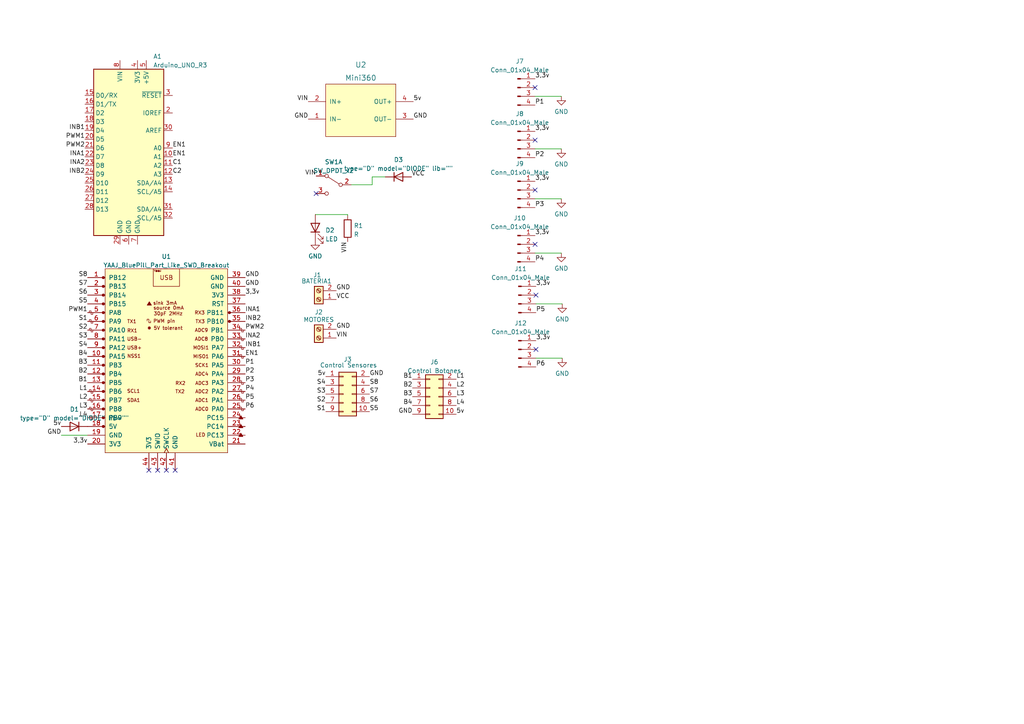
<source format=kicad_sch>
(kicad_sch (version 20211123) (generator eeschema)
  (paper "A4")
  (lib_symbols
    (symbol "Connector:Conn_01x04_Male" (pin_names (offset 1.016) hide)
      (property "Reference" "J" (at 0 5.08 0))
      (property "Value" "Conn_01x04_Male" (at 0 -7.62 0))
      (symbol "Conn_01x04_Male_1_1"
        (polyline (pts (xy 1.27 -5.08) (xy 0.8636 -5.08)) (stroke (width 0.1524)))
        (polyline (pts (xy 1.27 -2.54) (xy 0.8636 -2.54)) (stroke (width 0.1524)))
        (polyline (pts (xy 1.27 0) (xy 0.8636 0)) (stroke (width 0.1524)))
        (polyline (pts (xy 1.27 2.54) (xy 0.8636 2.54)) (stroke (width 0.1524)))
        (rectangle (start 0.8636 -4.953) (end 0 -5.207) (stroke (width 0.1524)) (fill (type outline)))
        (rectangle (start 0.8636 -2.413) (end 0 -2.667) (stroke (width 0.1524)) (fill (type outline)))
        (rectangle (start 0.8636 0.127) (end 0 -0.127) (stroke (width 0.1524)) (fill (type outline)))
        (rectangle (start 0.8636 2.667) (end 0 2.413) (stroke (width 0.1524)) (fill (type outline)))
        (pin passive line (at 5.08 2.54 180) (length 3.81) (name "Pin_1") (number "1"))
        (pin passive line (at 5.08 0 180) (length 3.81) (name "Pin_2") (number "2"))
        (pin passive line (at 5.08 -2.54 180) (length 3.81) (name "Pin_3") (number "3"))
        (pin passive line (at 5.08 -5.08 180) (length 3.81) (name "Pin_4") (number "4"))
      )
    )
    (symbol "Connector:Screw_Terminal_01x02" (pin_names (offset 1.016) hide)
      (property "Reference" "J" (at 0 2.54 0))
      (property "Value" "Screw_Terminal_01x02" (at 0 -5.08 0))
      (symbol "Screw_Terminal_01x02_1_1"
        (rectangle (start -1.27 1.27) (end 1.27 -3.81) (stroke (width 0.254)) (fill (type background)))
        (circle (center 0 -2.54) (radius 0.635) (stroke (width 0.1524)))
        (polyline (pts (xy -0.5334 -2.2098) (xy 0.3302 -3.048)) (stroke (width 0.1524)))
        (polyline (pts (xy -0.5334 0.3302) (xy 0.3302 -0.508)) (stroke (width 0.1524)))
        (polyline (pts (xy -0.3556 -2.032) (xy 0.508 -2.8702)) (stroke (width 0.1524)))
        (polyline (pts (xy -0.3556 0.508) (xy 0.508 -0.3302)) (stroke (width 0.1524)))
        (circle (center 0 0) (radius 0.635) (stroke (width 0.1524)))
        (pin passive line (at -5.08 0 0) (length 3.81) (name "Pin_1") (number "1"))
        (pin passive line (at -5.08 -2.54 0) (length 3.81) (name "Pin_2") (number "2"))
      )
    )
    (symbol "Connector_Generic:Conn_02x05_Odd_Even" (pin_names (offset 1.016) hide)
      (property "Reference" "J" (at 1.27 7.62 0))
      (property "Value" "Conn_02x05_Odd_Even" (at 1.27 -7.62 0))
      (symbol "Conn_02x05_Odd_Even_1_1"
        (rectangle (start -1.27 -4.953) (end 0 -5.207) (stroke (width 0.1524)))
        (rectangle (start -1.27 -2.413) (end 0 -2.667) (stroke (width 0.1524)))
        (rectangle (start -1.27 0.127) (end 0 -0.127) (stroke (width 0.1524)))
        (rectangle (start -1.27 2.667) (end 0 2.413) (stroke (width 0.1524)))
        (rectangle (start -1.27 5.207) (end 0 4.953) (stroke (width 0.1524)))
        (rectangle (start -1.27 6.35) (end 3.81 -6.35) (stroke (width 0.254)) (fill (type background)))
        (rectangle (start 3.81 -4.953) (end 2.54 -5.207) (stroke (width 0.1524)))
        (rectangle (start 3.81 -2.413) (end 2.54 -2.667) (stroke (width 0.1524)))
        (rectangle (start 3.81 0.127) (end 2.54 -0.127) (stroke (width 0.1524)))
        (rectangle (start 3.81 2.667) (end 2.54 2.413) (stroke (width 0.1524)))
        (rectangle (start 3.81 5.207) (end 2.54 4.953) (stroke (width 0.1524)))
        (pin passive line (at -5.08 5.08 0) (length 3.81) (name "Pin_1") (number "1"))
        (pin passive line (at 7.62 -5.08 180) (length 3.81) (name "Pin_10") (number "10"))
        (pin passive line (at 7.62 5.08 180) (length 3.81) (name "Pin_2") (number "2"))
        (pin passive line (at -5.08 2.54 0) (length 3.81) (name "Pin_3") (number "3"))
        (pin passive line (at 7.62 2.54 180) (length 3.81) (name "Pin_4") (number "4"))
        (pin passive line (at -5.08 0 0) (length 3.81) (name "Pin_5") (number "5"))
        (pin passive line (at 7.62 0 180) (length 3.81) (name "Pin_6") (number "6"))
        (pin passive line (at -5.08 -2.54 0) (length 3.81) (name "Pin_7") (number "7"))
        (pin passive line (at 7.62 -2.54 180) (length 3.81) (name "Pin_8") (number "8"))
        (pin passive line (at -5.08 -5.08 0) (length 3.81) (name "Pin_9") (number "9"))
      )
    )
    (symbol "Device:LED" (pin_numbers hide) (pin_names (offset 1.016) hide)
      (property "Reference" "D" (at 0 2.54 0))
      (property "Value" "LED" (at 0 -2.54 0))
      (symbol "LED_0_1"
        (polyline (pts (xy -1.27 -1.27) (xy -1.27 1.27)) (stroke (width 0.254)))
        (polyline (pts (xy -1.27 0) (xy 1.27 0)))
        (polyline (pts (xy 1.27 -1.27) (xy 1.27 1.27) (xy -1.27 0) (xy 1.27 -1.27)) (stroke (width 0.254)))
        (polyline (pts (xy -3.048 -0.762) (xy -4.572 -2.286) (xy -3.81 -2.286) (xy -4.572 -2.286) (xy -4.572 -1.524)))
        (polyline (pts (xy -1.778 -0.762) (xy -3.302 -2.286) (xy -2.54 -2.286) (xy -3.302 -2.286) (xy -3.302 -1.524)))
      )
      (symbol "LED_1_1"
        (pin passive line (at -3.81 0 0) (length 2.54) (name "K") (number "1"))
        (pin passive line (at 3.81 0 180) (length 2.54) (name "A") (number "2"))
      )
    )
    (symbol "Device:R" (pin_numbers hide) (pin_names (offset 0))
      (property "Reference" "R" (at 2.032 0 90))
      (property "Value" "R" (at 0 0 90))
      (symbol "R_0_1"
        (rectangle (start -1.016 -2.54) (end 1.016 2.54) (stroke (width 0.254)))
      )
      (symbol "R_1_1"
        (pin passive line (at 0 3.81 270) (length 1.27) (name "~") (number "1"))
        (pin passive line (at 0 -3.81 90) (length 1.27) (name "~") (number "2"))
      )
    )
    (symbol "MCU_Module:Arduino_UNO_R3"
      (property "Reference" "A" (at -10.16 23.495 0))
      (property "Value" "Arduino_UNO_R3" (at 5.08 -26.67 0))
      (symbol "Arduino_UNO_R3_0_1"
        (rectangle (start -10.16 22.86) (end 10.16 -25.4) (stroke (width 0.254)) (fill (type background)))
      )
      (symbol "Arduino_UNO_R3_1_1"
        (pin no_connect line (at -10.16 -20.32 0) (length 2.54) hide (name "NC") (number "1"))
        (pin bidirectional line (at 12.7 -2.54 180) (length 2.54) (name "A1") (number "10"))
        (pin bidirectional line (at 12.7 -5.08 180) (length 2.54) (name "A2") (number "11"))
        (pin bidirectional line (at 12.7 -7.62 180) (length 2.54) (name "A3") (number "12"))
        (pin bidirectional line (at 12.7 -10.16 180) (length 2.54) (name "SDA/A4") (number "13"))
        (pin bidirectional line (at 12.7 -12.7 180) (length 2.54) (name "SCL/A5") (number "14"))
        (pin bidirectional line (at -12.7 15.24 0) (length 2.54) (name "D0/RX") (number "15"))
        (pin bidirectional line (at -12.7 12.7 0) (length 2.54) (name "D1/TX") (number "16"))
        (pin bidirectional line (at -12.7 10.16 0) (length 2.54) (name "D2") (number "17"))
        (pin bidirectional line (at -12.7 7.62 0) (length 2.54) (name "D3") (number "18"))
        (pin bidirectional line (at -12.7 5.08 0) (length 2.54) (name "D4") (number "19"))
        (pin output line (at 12.7 10.16 180) (length 2.54) (name "IOREF") (number "2"))
        (pin bidirectional line (at -12.7 2.54 0) (length 2.54) (name "D5") (number "20"))
        (pin bidirectional line (at -12.7 0 0) (length 2.54) (name "D6") (number "21"))
        (pin bidirectional line (at -12.7 -2.54 0) (length 2.54) (name "D7") (number "22"))
        (pin bidirectional line (at -12.7 -5.08 0) (length 2.54) (name "D8") (number "23"))
        (pin bidirectional line (at -12.7 -7.62 0) (length 2.54) (name "D9") (number "24"))
        (pin bidirectional line (at -12.7 -10.16 0) (length 2.54) (name "D10") (number "25"))
        (pin bidirectional line (at -12.7 -12.7 0) (length 2.54) (name "D11") (number "26"))
        (pin bidirectional line (at -12.7 -15.24 0) (length 2.54) (name "D12") (number "27"))
        (pin bidirectional line (at -12.7 -17.78 0) (length 2.54) (name "D13") (number "28"))
        (pin power_in line (at -2.54 -27.94 90) (length 2.54) (name "GND") (number "29"))
        (pin input line (at 12.7 15.24 180) (length 2.54) (name "~{RESET}") (number "3"))
        (pin input line (at 12.7 5.08 180) (length 2.54) (name "AREF") (number "30"))
        (pin bidirectional line (at 12.7 -17.78 180) (length 2.54) (name "SDA/A4") (number "31"))
        (pin bidirectional line (at 12.7 -20.32 180) (length 2.54) (name "SCL/A5") (number "32"))
        (pin power_out line (at 2.54 25.4 270) (length 2.54) (name "3V3") (number "4"))
        (pin power_out line (at 5.08 25.4 270) (length 2.54) (name "+5V") (number "5"))
        (pin power_in line (at 0 -27.94 90) (length 2.54) (name "GND") (number "6"))
        (pin power_in line (at 2.54 -27.94 90) (length 2.54) (name "GND") (number "7"))
        (pin power_in line (at -2.54 25.4 270) (length 2.54) (name "VIN") (number "8"))
        (pin bidirectional line (at 12.7 0 180) (length 2.54) (name "A0") (number "9"))
      )
    )
    (symbol "Simulation_SPICE:DIODE" (pin_numbers hide) (pin_names (offset 1.016) hide)
      (property "Reference" "D" (at 0 2.54 0))
      (property "Value" "DIODE" (at 0 -2.54 0))
      (symbol "DIODE_0_1"
        (polyline (pts (xy 1.27 0) (xy -1.27 0)))
        (polyline (pts (xy 1.27 1.27) (xy 1.27 -1.27)) (stroke (width 0.254)))
        (polyline (pts (xy -1.27 -1.27) (xy -1.27 1.27) (xy 1.27 0) (xy -1.27 -1.27)) (stroke (width 0.254)))
      )
      (symbol "DIODE_1_1"
        (pin passive line (at -3.81 0 0) (length 2.54) (name "A") (number "1"))
        (pin passive line (at 3.81 0 180) (length 2.54) (name "K") (number "2"))
      )
    )
    (symbol "Switch:SW_DPDT_x2" (pin_names (offset 0) hide)
      (property "Reference" "SW" (at 0 4.318 0))
      (property "Value" "SW_DPDT_x2" (at 0 -5.08 0))
      (symbol "SW_DPDT_x2_0_0"
        (circle (center -2.032 0) (radius 0.508))
        (circle (center 2.032 -2.54) (radius 0.508))
      )
      (symbol "SW_DPDT_x2_0_1"
        (polyline (pts (xy -1.524 0.254) (xy 1.651 2.286)))
        (circle (center 2.032 2.54) (radius 0.508))
      )
      (symbol "SW_DPDT_x2_1_1"
        (pin passive line (at 5.08 2.54 180) (length 2.54) (name "A") (number "1"))
        (pin passive line (at -5.08 0 0) (length 2.54) (name "B") (number "2"))
        (pin passive line (at 5.08 -2.54 180) (length 2.54) (name "C") (number "3"))
      )
      (symbol "SW_DPDT_x2_2_1"
        (pin passive line (at 5.08 2.54 180) (length 2.54) (name "A") (number "4"))
        (pin passive line (at -5.08 0 0) (length 2.54) (name "B") (number "5"))
        (pin passive line (at 5.08 -2.54 180) (length 2.54) (name "C") (number "6"))
      )
    )
    (symbol "YAAJ_BluePill_Part_Like_SWD_Breakout:YAAJ_BluePill_Part_Like_SWD_Breakout" (pin_names (offset 1.016))
      (property "Reference" "U" (at -15.24 27.94 0))
      (property "Value" "YAAJ_BluePill_Part_Like_SWD_Breakout" (at 20.32 27.94 0))
      (symbol "YAAJ_BluePill_Part_Like_SWD_Breakout_0_0"
        (circle (center -18.288 -20.32) (radius 0.3556) (fill (type outline)))
        (circle (center -18.288 -17.78) (radius 0.3556) (fill (type outline)))
        (circle (center -18.288 -15.24) (radius 0.3556) (fill (type outline)))
        (circle (center -18.288 -12.7) (radius 0.3556) (fill (type outline)))
        (circle (center -18.288 -10.16) (radius 0.3556) (fill (type outline)))
        (circle (center -18.288 -7.62) (radius 0.3556) (fill (type outline)))
        (circle (center -18.288 -5.08) (radius 0.3556) (fill (type outline)))
        (circle (center -18.288 -2.54) (radius 0.3556) (fill (type outline)))
        (circle (center -18.288 0) (radius 0.3556) (fill (type outline)))
        (circle (center -18.288 2.54) (radius 0.3556) (fill (type outline)))
        (circle (center -18.288 5.08) (radius 0.3556) (fill (type outline)))
        (circle (center -18.288 7.62) (radius 0.3556) (fill (type outline)))
        (circle (center -18.288 10.16) (radius 0.3556) (fill (type outline)))
        (circle (center -18.288 12.7) (radius 0.3556) (fill (type outline)))
        (circle (center -18.288 15.24) (radius 0.3556) (fill (type outline)))
        (circle (center -18.288 17.78) (radius 0.3556) (fill (type outline)))
        (circle (center -18.288 22.86) (radius 0.3556) (fill (type outline)))
        (circle (center -4.953 8.255) (radius 0.127) (fill (type outline)))
        (circle (center -4.953 8.255) (radius 0.254))
        (circle (center -4.953 8.255) (radius 0.3556))
        (polyline (pts (xy -5.588 14.859) (xy -4.953 15.875) (xy -4.318 14.859) (xy -5.588 14.859) (xy -4.953 15.748) (xy -4.445 14.859) (xy -5.461 14.986) (xy -4.953 15.621) (xy -4.572 14.859) (xy -5.334 15.113) (xy -4.826 15.494) (xy -4.699 14.859) (xy -5.207 15.24) (xy -4.699 15.367) (xy -4.826 14.986) (xy -5.08 15.24) (xy -4.826 15.113) (xy -4.953 15.367)))
        (polyline (pts (xy 20.955 -23.241) (xy 21.59 -22.225) (xy 22.225 -23.241) (xy 20.955 -23.241) (xy 21.59 -22.352) (xy 22.098 -23.241) (xy 21.082 -23.114) (xy 21.59 -22.479) (xy 21.971 -23.241) (xy 21.209 -22.987) (xy 21.717 -22.606) (xy 21.844 -23.241) (xy 21.336 -22.86) (xy 21.844 -22.733) (xy 21.717 -23.114) (xy 21.463 -22.86) (xy 21.717 -22.987) (xy 21.59 -22.733)))
        (polyline (pts (xy 20.955 -20.701) (xy 21.59 -19.685) (xy 22.225 -20.701) (xy 20.955 -20.701) (xy 21.59 -19.812) (xy 22.098 -20.701) (xy 21.082 -20.574) (xy 21.59 -19.939) (xy 21.971 -20.701) (xy 21.209 -20.447) (xy 21.717 -20.066) (xy 21.844 -20.701) (xy 21.336 -20.32) (xy 21.844 -20.193) (xy 21.717 -20.574) (xy 21.463 -20.32) (xy 21.717 -20.447) (xy 21.59 -20.193)))
        (polyline (pts (xy 20.955 -18.161) (xy 21.59 -17.145) (xy 22.225 -18.161) (xy 20.955 -18.161) (xy 21.59 -17.272) (xy 22.098 -18.161) (xy 21.082 -18.034) (xy 21.59 -17.399) (xy 21.971 -18.161) (xy 21.209 -17.907) (xy 21.717 -17.526) (xy 21.844 -18.161) (xy 21.336 -17.78) (xy 21.844 -17.653) (xy 21.717 -18.034) (xy 21.463 -17.78) (xy 21.717 -17.907) (xy 21.59 -17.653)))
        (circle (center 18.288 10.16) (radius 0.254) (fill (type outline)))
        (circle (center 18.288 10.16) (radius 0.3556))
        (circle (center 18.288 12.7) (radius 0.254) (fill (type outline)))
        (circle (center 18.288 12.7) (radius 0.3556))
        (text "30pF 2MHz" (at 0.508 12.446 0) (effects (font (size 0.9906 0.9906))))
        (text "5V tolerant" (at 0.508 8.255 0) (effects (font (size 0.9906 0.9906))))
        (text "ADC0" (at 10.287 -15.24 0) (effects (font (size 0.9906 0.9906))))
        (text "ADC1" (at 10.287 -12.7 0) (effects (font (size 0.9906 0.9906))))
        (text "ADC2" (at 10.287 -10.16 0) (effects (font (size 0.9906 0.9906))))
        (text "ADC3" (at 10.287 -7.747 0) (effects (font (size 0.9906 0.9906))))
        (text "ADC4" (at 10.287 -5.08 0) (effects (font (size 0.9906 0.9906))))
        (text "ADC8" (at 10.16 5.08 0) (effects (font (size 0.9906 0.9906))))
        (text "ADC9" (at 10.16 7.62 0) (effects (font (size 0.9906 0.9906))))
        (text "LED" (at 9.906 -22.733 0) (effects (font (size 0.9906 0.9906))))
        (text "MISO1" (at 10.033 0 0) (effects (font (size 0.9906 0.9906))))
        (text "MOSI1" (at 10.033 2.54 0) (effects (font (size 0.9906 0.9906))))
        (text "NSS1" (at -9.398 0.127 0) (effects (font (size 0.9906 0.9906))))
        (text "PWM pin" (at -0.635 10.287 0) (effects (font (size 0.9906 0.9906))))
        (text "RX1" (at -9.906 7.493 0) (effects (font (size 0.9906 0.9906))))
        (text "RX2" (at 4.064 -7.747 0) (effects (font (size 0.9906 0.9906))))
        (text "RX3" (at 9.652 12.7 0) (effects (font (size 0.9906 0.9906))))
        (text "SCK1" (at 10.287 -2.54 0) (effects (font (size 0.9906 0.9906))))
        (text "SCL1" (at -9.525 -10.033 0) (effects (font (size 0.9906 0.9906))))
        (text "SDA1" (at -9.525 -12.7 0) (effects (font (size 0.9906 0.9906))))
        (text "sink 3mA" (at -0.381 15.494 0) (effects (font (size 0.9906 0.9906))))
        (text "source 0mA" (at 0.635 14.097 0) (effects (font (size 0.9906 0.9906))))
        (text "TX1" (at -10.033 10.16 0) (effects (font (size 0.9906 0.9906))))
        (text "TX2" (at 3.937 -10.16 0) (effects (font (size 0.9906 0.9906))))
        (text "TX3" (at 9.779 10.16 0) (effects (font (size 0.9906 0.9906))))
        (text "USB" (at 0 22.86 0) (effects (font (size 1.27 1.27))))
        (text "USB+" (at -9.271 2.54 0) (effects (font (size 0.9906 0.9906))))
        (text "USB-" (at -9.271 5.08 0) (effects (font (size 0.9906 0.9906))))
        (text "Y@@J" (at -2.5654 24.8412 0) (effects (font (size 0.508 0.508))))
      )
      (symbol "YAAJ_BluePill_Part_Like_SWD_Breakout_0_1"
        (rectangle (start -17.78 25.4) (end 17.78 -27.94) (fill (type background)))
        (polyline (pts (xy -21.336 -17.78) (xy -21.336 -18.288) (xy -21.844 -18.288) (xy -21.844 -17.272) (xy -22.352 -17.272) (xy -22.352 -17.78)))
        (polyline (pts (xy -21.336 -15.24) (xy -21.336 -15.748) (xy -21.844 -15.748) (xy -21.844 -14.732) (xy -22.352 -14.732) (xy -22.352 -15.24)))
        (polyline (pts (xy -21.336 -12.7) (xy -21.336 -13.208) (xy -21.844 -13.208) (xy -21.844 -12.192) (xy -22.352 -12.192) (xy -22.352 -12.7)))
        (polyline (pts (xy -21.336 -10.16) (xy -21.336 -10.668) (xy -21.844 -10.668) (xy -21.844 -9.652) (xy -22.352 -9.652) (xy -22.352 -10.16)))
        (polyline (pts (xy -21.336 7.62) (xy -21.336 7.112) (xy -21.844 7.112) (xy -21.844 8.128) (xy -22.352 8.128) (xy -22.352 7.62)))
        (polyline (pts (xy -21.336 10.16) (xy -21.336 9.652) (xy -21.844 9.652) (xy -21.844 10.668) (xy -22.352 10.668) (xy -22.352 10.16)))
        (polyline (pts (xy -21.336 12.7) (xy -21.336 12.192) (xy -21.844 12.192) (xy -21.844 13.208) (xy -22.352 13.208) (xy -22.352 12.7)))
        (polyline (pts (xy -4.572 10.287) (xy -4.572 9.779) (xy -5.08 9.779) (xy -5.08 10.795) (xy -5.588 10.795) (xy -5.588 10.287)))
        (polyline (pts (xy 22.352 -15.24) (xy 22.352 -15.748) (xy 21.844 -15.748) (xy 21.844 -14.732) (xy 21.336 -14.732) (xy 21.336 -15.24)))
        (polyline (pts (xy 22.352 -12.7) (xy 22.352 -13.208) (xy 21.844 -13.208) (xy 21.844 -12.192) (xy 21.336 -12.192) (xy 21.336 -12.7)))
        (polyline (pts (xy 22.352 -10.16) (xy 22.352 -10.668) (xy 21.844 -10.668) (xy 21.844 -9.652) (xy 21.336 -9.652) (xy 21.336 -10.16)))
        (polyline (pts (xy 22.352 -7.62) (xy 22.352 -8.128) (xy 21.844 -8.128) (xy 21.844 -7.112) (xy 21.336 -7.112) (xy 21.336 -7.62)))
        (polyline (pts (xy 22.352 0) (xy 22.352 -0.508) (xy 21.844 -0.508) (xy 21.844 0.508) (xy 21.336 0.508) (xy 21.336 0)))
        (polyline (pts (xy 22.352 2.54) (xy 22.352 2.032) (xy 21.844 2.032) (xy 21.844 3.048) (xy 21.336 3.048) (xy 21.336 2.54)))
        (polyline (pts (xy 22.352 5.08) (xy 22.352 4.572) (xy 21.844 4.572) (xy 21.844 5.588) (xy 21.336 5.588) (xy 21.336 5.08)))
        (polyline (pts (xy 22.352 7.62) (xy 22.352 7.112) (xy 21.844 7.112) (xy 21.844 8.128) (xy 21.336 8.128) (xy 21.336 7.62)))
        (rectangle (start 3.81 25.4) (end -3.81 20.32))
      )
      (symbol "YAAJ_BluePill_Part_Like_SWD_Breakout_1_1"
        (circle (center -18.288 20.32) (radius 0.3556) (fill (type outline)))
        (pin bidirectional line (at -22.86 22.86 0) (length 5.08) (name "PB12") (number "1"))
        (pin bidirectional line (at -22.86 0 0) (length 5.08) (name "PA15") (number "10"))
        (pin bidirectional line (at -22.86 -2.54 0) (length 5.08) (name "PB3") (number "11"))
        (pin bidirectional line (at -22.86 -5.08 0) (length 5.08) (name "PB4") (number "12"))
        (pin bidirectional line (at -22.86 -7.62 0) (length 5.08) (name "PB5") (number "13"))
        (pin bidirectional line (at -22.86 -10.16 0) (length 5.08) (name "PB6") (number "14"))
        (pin bidirectional line (at -22.86 -12.7 0) (length 5.08) (name "PB7") (number "15"))
        (pin bidirectional line (at -22.86 -15.24 0) (length 5.08) (name "PB8") (number "16"))
        (pin bidirectional line (at -22.86 -17.78 0) (length 5.08) (name "PB9") (number "17"))
        (pin power_in line (at -22.86 -20.32 0) (length 5.08) (name "5V") (number "18"))
        (pin power_in line (at -22.86 -22.86 0) (length 5.08) (name "GND") (number "19"))
        (pin bidirectional line (at -22.86 20.32 0) (length 5.08) (name "PB13") (number "2"))
        (pin power_in line (at -22.86 -25.4 0) (length 5.08) (name "3V3") (number "20"))
        (pin power_in line (at 22.86 -25.4 180) (length 5.08) (name "VBat") (number "21"))
        (pin bidirectional line (at 22.86 -22.86 180) (length 5.08) (name "PC13") (number "22"))
        (pin bidirectional line (at 22.86 -20.32 180) (length 5.08) (name "PC14") (number "23"))
        (pin bidirectional line (at 22.86 -17.78 180) (length 5.08) (name "PC15") (number "24"))
        (pin bidirectional line (at 22.86 -15.24 180) (length 5.08) (name "PA0") (number "25"))
        (pin bidirectional line (at 22.86 -12.7 180) (length 5.08) (name "PA1") (number "26"))
        (pin bidirectional line (at 22.86 -10.16 180) (length 5.08) (name "PA2") (number "27"))
        (pin bidirectional line (at 22.86 -7.62 180) (length 5.08) (name "PA3") (number "28"))
        (pin bidirectional line (at 22.86 -5.08 180) (length 5.08) (name "PA4") (number "29"))
        (pin bidirectional line (at -22.86 17.78 0) (length 5.08) (name "PB14") (number "3"))
        (pin bidirectional line (at 22.86 -2.54 180) (length 5.08) (name "PA5") (number "30"))
        (pin bidirectional line (at 22.86 0 180) (length 5.08) (name "PA6") (number "31"))
        (pin bidirectional line (at 22.86 2.54 180) (length 5.08) (name "PA7") (number "32"))
        (pin bidirectional line (at 22.86 5.08 180) (length 5.08) (name "PB0") (number "33"))
        (pin bidirectional line (at 22.86 7.62 180) (length 5.08) (name "PB1") (number "34"))
        (pin bidirectional line (at 22.86 10.16 180) (length 5.08) (name "PB10") (number "35"))
        (pin bidirectional line (at 22.86 12.7 180) (length 5.08) (name "PB11") (number "36"))
        (pin input line (at 22.86 15.24 180) (length 5.08) (name "RST") (number "37"))
        (pin power_in line (at 22.86 17.78 180) (length 5.08) (name "3V3") (number "38"))
        (pin power_in line (at 22.86 22.86 180) (length 5.08) (name "GND") (number "39"))
        (pin bidirectional line (at -22.86 15.24 0) (length 5.08) (name "PB15") (number "4"))
        (pin power_in line (at 22.86 20.32 180) (length 5.08) (name "GND") (number "40"))
        (pin power_in line (at 2.54 -33.02 90) (length 5.08) (name "GND") (number "41"))
        (pin bidirectional clock (at 0 -33.02 90) (length 5.08) (name "SWCLK") (number "42"))
        (pin bidirectional line (at -2.54 -33.02 90) (length 5.08) (name "SWIO") (number "43"))
        (pin power_in line (at -5.08 -33.02 90) (length 5.08) (name "3V3") (number "44"))
        (pin bidirectional line (at -22.86 12.7 0) (length 5.08) (name "PA8") (number "5"))
        (pin bidirectional line (at -22.86 10.16 0) (length 5.08) (name "PA9") (number "6"))
        (pin bidirectional line (at -22.86 7.62 0) (length 5.08) (name "PA10") (number "7"))
        (pin bidirectional line (at -22.86 5.08 0) (length 5.08) (name "PA11") (number "8"))
        (pin bidirectional line (at -22.86 2.54 0) (length 5.08) (name "PA12") (number "9"))
      )
    )
    (symbol "mini360:Mini360" (pin_names (offset 1.016))
      (property "Reference" "U" (at 0 -5.08 0))
      (property "Value" "Mini360" (at 0 5.08 0))
      (symbol "Mini360_0_1"
        (rectangle (start -10.16 7.62) (end 10.16 -7.62) (fill (type background)))
      )
      (symbol "Mini360_1_1"
        (pin power_in line (at -15.24 -2.54 0) (length 5.08) (name "IN-") (number "1"))
        (pin power_in line (at -15.24 2.54 0) (length 5.08) (name "IN+") (number "2"))
        (pin power_out line (at 15.24 -2.54 180) (length 5.08) (name "OUT-") (number "3"))
        (pin power_out line (at 15.24 2.54 180) (length 5.08) (name "OUT+") (number "4"))
      )
    )
    (symbol "power:GND" (power) (pin_names (offset 0))
      (property "Value" "GND" (at 0 -3.81 0))
      (symbol "GND_0_1"
        (polyline (pts (xy 0 0) (xy 0 -1.27) (xy 1.27 -1.27) (xy 0 -2.54) (xy -1.27 -1.27) (xy 0 -1.27)))
      )
      (symbol "GND_1_1"
        (pin power_in line (at 0 0 270) (length 0) hide (name "GND") (number "1"))
      )
    )
  )
  (no_connect (at 43.18 136.398))
  (no_connect (at 155.194 70.866))
  (no_connect (at 155.194 25.4))
  (no_connect (at 91.694 56.134))
  (no_connect (at 50.8 136.398))
  (no_connect (at 155.448 101.346))
  (no_connect (at 48.26 136.398))
  (no_connect (at 155.448 85.598))
  (no_connect (at 155.194 55.118))
  (no_connect (at 155.194 40.64))
  (no_connect (at 45.72 136.398))
  (wire (pts (xy 163.068 88.138) (xy 155.448 88.138)))
  (wire (pts (xy 162.814 57.658) (xy 155.194 57.658)))
  (wire (pts (xy 111.76 51.308) (xy 107.95 51.308)))
  (wire (pts (xy 107.95 51.308) (xy 107.95 53.594)))
  (wire (pts (xy 163.068 103.886) (xy 155.448 103.886)))
  (wire (pts (xy 162.814 27.94) (xy 155.194 27.94)))
  (wire (pts (xy 107.95 53.594) (xy 101.854 53.594)))
  (wire (pts (xy 162.814 73.406) (xy 155.194 73.406)))
  (wire (pts (xy 17.78 126.238) (xy 25.4 126.238)))
  (wire (pts (xy 100.838 62.23) (xy 100.838 62.484)))
  (wire (pts (xy 162.814 43.18) (xy 155.194 43.18)))
  (wire (pts (xy 91.44 62.23) (xy 100.838 62.23)))
  (label "L3" (at 132.334 115.062 0))
  (label "P3" (at 71.12 110.998 0))
  (label "3,3v" (at 155.194 52.578 0))
  (label "5v" (at 94.488 109.22 180))
  (label "VCC" (at 119.38 51.308 0))
  (label "B4" (at 25.4 103.378 180))
  (label "5v" (at 119.888 29.464 0))
  (label "3,3v" (at 25.4 128.778 180))
  (label "S1" (at 25.4 93.218 180))
  (label "B4" (at 119.634 117.602 180))
  (label "3,3v" (at 71.12 85.598 0))
  (label "P6" (at 155.448 106.426 0))
  (label "B2" (at 119.634 112.522 180))
  (label "INA1" (at 24.638 45.466 180))
  (label "L1" (at 132.334 109.982 0))
  (label "S5" (at 107.188 119.38 0))
  (label "C1" (at 50.038 48.006 0))
  (label "S5" (at 25.4 88.138 180))
  (label "L3" (at 25.4 118.618 180))
  (label "INB2" (at 24.638 50.546 180))
  (label "P5" (at 71.12 116.078 0))
  (label "5v" (at 17.78 123.698 180))
  (label "PWM2" (at 24.638 42.926 180))
  (label "INB1" (at 24.638 37.846 180))
  (label "S4" (at 94.488 111.76 180))
  (label "INA1" (at 71.12 90.678 0))
  (label "S4" (at 25.4 100.838 180))
  (label "VIN" (at 97.536 98.044 0))
  (label "P2" (at 155.194 45.72 0))
  (label "EN1" (at 71.12 103.378 0))
  (label "P1" (at 71.12 105.918 0))
  (label "S2" (at 94.488 116.84 180))
  (label "P2" (at 71.12 108.458 0))
  (label "GND" (at 107.188 109.22 0))
  (label "VCC" (at 97.536 86.868 0))
  (label "B1" (at 25.4 110.998 180))
  (label "INA2" (at 24.638 48.006 180))
  (label "GND" (at 71.12 80.518 0))
  (label "3,3v" (at 155.448 98.806 0))
  (label "S1" (at 94.488 119.38 180))
  (label "GND" (at 89.408 34.544 180))
  (label "3,3v" (at 155.448 83.058 0))
  (label "3,3v" (at 155.194 68.326 0))
  (label "5v" (at 132.334 120.142 0))
  (label "VIN" (at 91.694 51.054 180))
  (label "PWM1" (at 25.4 90.678 180))
  (label "P1" (at 155.194 30.48 0))
  (label "B2" (at 25.4 108.458 180))
  (label "S7" (at 25.4 83.058 180))
  (label "PWM2" (at 71.12 95.758 0))
  (label "L1" (at 25.4 113.538 180))
  (label "INB2" (at 71.12 93.218 0))
  (label "P4" (at 71.12 113.538 0))
  (label "INB1" (at 71.12 100.838 0))
  (label "VIN" (at 100.838 70.104 270))
  (label "C2" (at 50.038 50.546 0))
  (label "S8" (at 107.188 111.76 0))
  (label "B3" (at 119.634 115.062 180))
  (label "P4" (at 155.194 75.946 0))
  (label "GND" (at 97.536 95.504 0))
  (label "GND" (at 17.78 126.238 180))
  (label "L4" (at 132.334 117.602 0))
  (label "S2" (at 25.4 95.758 180))
  (label "S3" (at 94.488 114.3 180))
  (label "P3" (at 155.194 60.198 0))
  (label "VIN" (at 89.408 29.464 180))
  (label "GND" (at 119.888 34.544 0))
  (label "S7" (at 107.188 114.3 0))
  (label "EN1" (at 50.038 42.926 0))
  (label "EN1" (at 50.038 45.466 0))
  (label "L4" (at 25.4 121.158 180))
  (label "L2" (at 25.4 116.078 180))
  (label "B3" (at 25.4 105.918 180))
  (label "S8" (at 25.4 80.518 180))
  (label "S6" (at 107.188 116.84 0))
  (label "3,3v" (at 155.194 38.1 0))
  (label "INA2" (at 71.12 98.298 0))
  (label "P5" (at 155.448 90.678 0))
  (label "B1" (at 119.634 109.982 180))
  (label "L2" (at 132.334 112.522 0))
  (label "S6" (at 25.4 85.598 180))
  (label "GND" (at 119.634 120.142 180))
  (label "GND" (at 71.12 83.058 0))
  (label "3,3v" (at 155.194 22.86 0))
  (label "P6" (at 71.12 118.618 0))
  (label "S3" (at 25.4 98.298 180))
  (label "GND" (at 97.536 84.328 0))
  (label "PWM1" (at 24.638 40.386 180))
  (symbol (lib_id "power:GND") (at 162.814 73.406 0) (unit 1)
    (property "Reference" "#PWR05" (effects hide))
    (property "Value" "GND" (at 162.814 77.8494 0))
  )
  (symbol (lib_id "Connector_Generic:Conn_02x05_Odd_Even") (at 124.714 115.062 0) (unit 1)
    (property "Reference" "J6" (at 125.984 105.0122 0))
    (property "Value" "Control Botones" (at 125.984 107.5491 0))
    (property "Footprint" "Connector_IDC:IDC-Header_2x05_P2.54mm_Vertical" (effects hide))
  )
  (symbol (lib_id "power:GND") (at 162.814 27.94 0) (unit 1)
    (property "Reference" "#PWR02" (effects hide))
    (property "Value" "GND" (at 162.814 32.3834 0))
  )
  (symbol (lib_id "power:GND") (at 162.814 57.658 0) (unit 1)
    (property "Reference" "#PWR04" (effects hide))
    (property "Value" "GND" (at 162.814 62.1014 0))
  )
  (symbol (lib_id "power:GND") (at 163.068 88.138 0) (unit 1)
    (property "Reference" "#PWR06" (effects hide))
    (property "Value" "GND" (at 163.068 92.5814 0))
  )
  (symbol (lib_id "MCU_Module:Arduino_UNO_R3") (at 37.338 42.926 0) (unit 1)
    (property "Reference" "A1" (at 44.4374 16.3662 0) (effects (justify left)))
    (property "Value" "Arduino_UNO_R3" (at 44.4374 18.9031 0) (effects (justify left)))
    (property "Footprint" "Module:Arduino_UNO_R3" (effects hide))
    (property "Datasheet" "https://www.arduino.cc/en/Main/arduinoBoardUno" (effects hide))
  )
  (symbol (lib_id "Device:R") (at 100.838 66.294 0) (unit 1)
    (property "Reference" "R1" (at 102.616 65.4593 0) (effects (justify left)))
    (property "Value" "R" (at 102.616 67.9962 0) (effects (justify left)))
    (property "Footprint" "Resistor_THT:R_Axial_DIN0207_L6.3mm_D2.5mm_P10.16mm_Horizontal" (effects hide))
  )
  (symbol (lib_id "Device:LED") (at 91.44 66.04 90) (unit 1)
    (property "Reference" "D2" (at 94.361 66.7928 90) (effects (justify right)))
    (property "Value" "LED" (at 94.361 69.3297 90) (effects (justify right)))
    (property "Footprint" "LED_THT:LED_D3.0mm" (effects hide))
  )
  (symbol (lib_id "Connector:Conn_01x04_Male") (at 150.114 25.4 0) (unit 1)
    (property "Reference" "J7" (at 150.749 17.78 0))
    (property "Value" "Conn_01x04_Male" (at 150.749 20.32 0))
    (property "Footprint" "Connector_JST:JST_XH_B4B-XH-A_1x04_P2.50mm_Vertical" (effects hide))
  )
  (symbol (lib_id "power:GND") (at 163.068 103.886 0) (unit 1)
    (property "Reference" "#PWR07" (effects hide))
    (property "Value" "GND" (at 163.068 108.3294 0))
  )
  (symbol (lib_id "Simulation_SPICE:DIODE") (at 115.57 51.308 180) (unit 1)
    (property "Reference" "D3" (at 115.57 46.3382 0))
    (property "Value" "DIODE" (at 115.57 48.8751 0))
    (property "Footprint" "Diode_THT:D_5W_P12.70mm_Horizontal" (effects hide))
    (property "Spice_Netlist_Enabled" "Y" (effects hide))
    (property "Spice_Primitive" "D" (effects hide))
  )
  (symbol (lib_id "Connector:Conn_01x04_Male") (at 150.114 55.118 0) (unit 1)
    (property "Reference" "J9" (at 150.749 47.498 0))
    (property "Value" "Conn_01x04_Male" (at 150.749 50.038 0))
    (property "Footprint" "Connector_JST:JST_XH_B4B-XH-A_1x04_P2.50mm_Vertical" (effects hide))
  )
  (symbol (lib_id "Connector:Screw_Terminal_01x02") (at 92.456 98.044 180) (unit 1)
    (property "Reference" "J2" (at 92.456 90.5342 0))
    (property "Value" "MOTORES" (at 92.456 92.71 0))
    (property "Footprint" "Connectors:DEANS" (effects hide))
  )
  (symbol (lib_id "power:GND") (at 91.44 69.85 0) (unit 1)
    (property "Reference" "#PWR01" (effects hide))
    (property "Value" "GND" (at 91.44 74.2934 0))
  )
  (symbol (lib_id "Connector_Generic:Conn_02x05_Odd_Even") (at 99.568 114.3 0) (unit 1)
    (property "Reference" "J3" (at 100.838 104.2502 0))
    (property "Value" "Control Sensores" (at 101.092 105.918 0))
    (property "Footprint" "Connector_IDC:IDC-Header_2x05_P2.54mm_Vertical" (effects hide))
  )
  (symbol (lib_id "Connector:Conn_01x04_Male") (at 150.114 40.64 0) (unit 1)
    (property "Reference" "J8" (at 150.749 33.02 0))
    (property "Value" "Conn_01x04_Male" (at 150.749 35.56 0))
    (property "Footprint" "Connector_JST:JST_XH_B4B-XH-A_1x04_P2.50mm_Vertical" (effects hide))
  )
  (symbol (lib_id "mini360:Mini360") (at 104.648 32.004 0) (unit 1)
    (property "Reference" "U2" (at 104.648 18.796 0) (effects (font (size 1.524 1.524))))
    (property "Value" "Mini360" (at 104.648 22.606 0) (effects (font (size 1.524 1.524))))
    (property "Footprint" "Mini360_step-down:Mini360_step-down" (effects hide))
  )
  (symbol (lib_id "YAAJ_BluePill_Part_Like_SWD_Breakout:YAAJ_BluePill_Part_Like_SWD_Breakout") (at 48.26 103.378 0) (unit 1)
    (property "Reference" "U1" (at 48.26 74.4052 0))
    (property "Value" "YAAJ_BluePill_Part_Like_SWD_Breakout" (at 48.26 76.9421 0))
    (property "Footprint" "Footprints:YAAJ_BluePill_1" (effects hide))
  )
  (symbol (lib_id "power:GND") (at 162.814 43.18 0) (unit 1)
    (property "Reference" "#PWR03" (effects hide))
    (property "Value" "GND" (at 162.814 47.6234 0))
  )
  (symbol (lib_id "Connector:Screw_Terminal_01x02") (at 92.456 86.868 180) (unit 1)
    (property "Reference" "J1" (at 93.218 79.756 0) (effects (justify left)))
    (property "Value" "BATERIA1" (at 96.266 81.534 0) (effects (justify left)))
    (property "Footprint" "Connectors:DEANS" (effects hide))
  )
  (symbol (lib_id "Switch:SW_DPDT_x2") (at 96.774 53.594 0) (mirror y) (unit 1)
    (property "Reference" "SW1" (at 96.774 46.9732 0))
    (property "Value" "SW_DPDT_x2" (at 96.774 49.5101 0))
    (property "Footprint" "Connector:Banana_Jack_3Pin" (effects hide))
  )
  (symbol (lib_id "Connector:Conn_01x04_Male") (at 150.368 101.346 0) (unit 1)
    (property "Reference" "J12" (at 151.003 93.726 0))
    (property "Value" "Conn_01x04_Male" (at 151.003 96.266 0))
    (property "Footprint" "Connector_JST:JST_XH_B4B-XH-A_1x04_P2.50mm_Vertical" (effects hide))
  )
  (symbol (lib_id "Connector:Conn_01x04_Male") (at 150.368 85.598 0) (unit 1)
    (property "Reference" "J11" (at 151.003 77.978 0))
    (property "Value" "Conn_01x04_Male" (at 151.003 80.518 0))
    (property "Footprint" "Connector_JST:JST_XH_B4B-XH-A_1x04_P2.50mm_Vertical" (effects hide))
  )
  (symbol (lib_id "Simulation_SPICE:DIODE") (at 21.59 123.698 0) (unit 1)
    (property "Reference" "D1" (at 21.59 118.7282 0))
    (property "Value" "DIODE" (at 21.59 121.2651 0))
    (property "Footprint" "Diode_THT:D_5W_P12.70mm_Horizontal" (effects hide))
    (property "Spice_Netlist_Enabled" "Y" (effects hide))
    (property "Spice_Primitive" "D" (effects hide))
  )
  (symbol (lib_id "Connector:Conn_01x04_Male") (at 150.114 70.866 0) (unit 1)
    (property "Reference" "J10" (at 150.749 63.246 0))
    (property "Value" "Conn_01x04_Male" (at 150.749 65.786 0))
    (property "Footprint" "Connector_JST:JST_XH_B4B-XH-A_1x04_P2.50mm_Vertical" (effects hide))
  )
)
</source>
